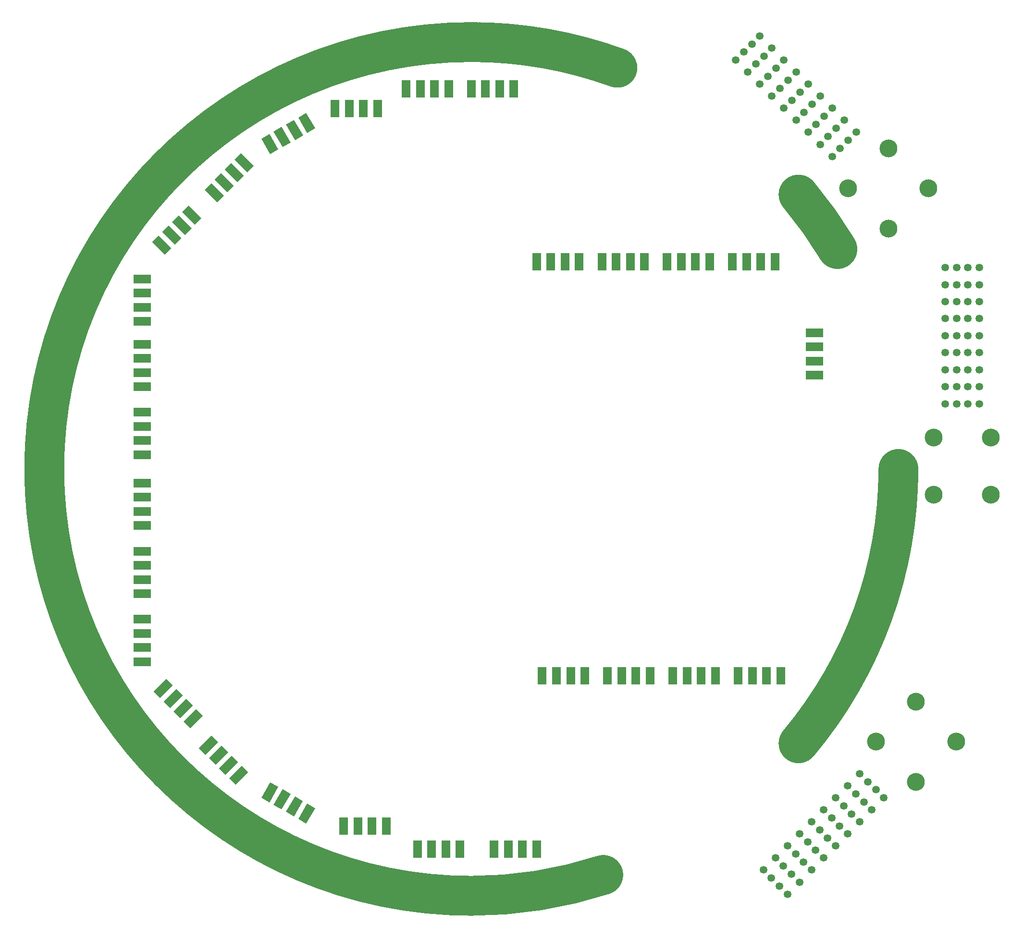
<source format=gts>
G04 #@! TF.FileFunction,Soldermask,Top*
%FSLAX46Y46*%
G04 Gerber Fmt 4.6, Leading zero omitted, Abs format (unit mm)*
G04 Created by KiCad (PCBNEW 4.0.6) date Fri Oct 27 03:20:27 2017*
%MOMM*%
%LPD*%
G01*
G04 APERTURE LIST*
%ADD10C,0.100000*%
%ADD11C,7.000000*%
%ADD12R,1.650000X3.150000*%
%ADD13C,1.350000*%
%ADD14C,3.150000*%
%ADD15R,3.150000X1.650000*%
G04 APERTURE END LIST*
D10*
D11*
X214501998Y-61243377D02*
G75*
G03X207645000Y-51630200I-64501998J-38756623D01*
G01*
X207644844Y-148369768D02*
G75*
G03X225250000Y-100000000I-57644844J48369768D01*
G01*
X173253529Y-171567003D02*
G75*
G02X150000000Y-175250000I-23253529J71567003D01*
G01*
X175737016Y-29288130D02*
G75*
G03X150000000Y-24750000I-25737016J-70711870D01*
G01*
X150000000Y-175250000D02*
G75*
G02X150000000Y-24750000I0J75250000D01*
G01*
D12*
X204500000Y-136500000D03*
X202000000Y-136500000D03*
X199500000Y-136500000D03*
X197000000Y-136500000D03*
D13*
X201464466Y-170707107D03*
X202878680Y-172121321D03*
X204292893Y-173535534D03*
X205707107Y-174949748D03*
X203585786Y-168585787D03*
X205000000Y-170000000D03*
X206414213Y-171414214D03*
X207828427Y-172828427D03*
X205707107Y-166464466D03*
X207121320Y-167878680D03*
X208535534Y-169292893D03*
X209949747Y-170707107D03*
X207828427Y-164343146D03*
X209242641Y-165757360D03*
X210656854Y-167171573D03*
X212071068Y-168585787D03*
X209949747Y-162221826D03*
X211363961Y-163636039D03*
X212778174Y-165050253D03*
X214192388Y-166464466D03*
X212071068Y-160100505D03*
X213485281Y-161514719D03*
X214899495Y-162928932D03*
X216313708Y-164343146D03*
X214192388Y-157979185D03*
X215606602Y-159393399D03*
X217020815Y-160807612D03*
X218435029Y-162221826D03*
X216313708Y-155857865D03*
X217727922Y-157272078D03*
X219142136Y-158686292D03*
X220556349Y-160100505D03*
X218435029Y-153736544D03*
X219849242Y-155150758D03*
X221263456Y-156564971D03*
X222677669Y-157979185D03*
D14*
X221263456Y-148079690D03*
X228334524Y-155150758D03*
X228334524Y-141008622D03*
X235405591Y-148079690D03*
D12*
X140500000Y-167000000D03*
X143000000Y-167000000D03*
X145500000Y-167000000D03*
X148000000Y-167000000D03*
D10*
G36*
X119498029Y-38048510D02*
X120926971Y-37223510D01*
X122501971Y-39951490D01*
X121073029Y-40776490D01*
X119498029Y-38048510D01*
X119498029Y-38048510D01*
G37*
G36*
X117332965Y-39298510D02*
X118761907Y-38473510D01*
X120336907Y-41201490D01*
X118907965Y-42026490D01*
X117332965Y-39298510D01*
X117332965Y-39298510D01*
G37*
G36*
X115167902Y-40548510D02*
X116596844Y-39723510D01*
X118171844Y-42451490D01*
X116742902Y-43276490D01*
X115167902Y-40548510D01*
X115167902Y-40548510D01*
G37*
G36*
X113002838Y-41798510D02*
X114431780Y-40973510D01*
X116006780Y-43701490D01*
X114577838Y-44526490D01*
X113002838Y-41798510D01*
X113002838Y-41798510D01*
G37*
D13*
X239500000Y-64500000D03*
X237500000Y-64500000D03*
X235500000Y-64500000D03*
X233500000Y-64500000D03*
X239500000Y-67500000D03*
X237500000Y-67500000D03*
X235500000Y-67500000D03*
X233500000Y-67500000D03*
X239500000Y-70500000D03*
X237500000Y-70500000D03*
X235500000Y-70500000D03*
X233500000Y-70500000D03*
X239500000Y-73500000D03*
X237500000Y-73500000D03*
X235500000Y-73500000D03*
X233500000Y-73500000D03*
X239500000Y-76500000D03*
X237500000Y-76500000D03*
X235500000Y-76500000D03*
X233500000Y-76500000D03*
X239500000Y-79500000D03*
X237500000Y-79500000D03*
X235500000Y-79500000D03*
X233500000Y-79500000D03*
X239500000Y-82500000D03*
X237500000Y-82500000D03*
X235500000Y-82500000D03*
X233500000Y-82500000D03*
X239500000Y-85500000D03*
X237500000Y-85500000D03*
X235500000Y-85500000D03*
X233500000Y-85500000D03*
X239500000Y-88500000D03*
X237500000Y-88500000D03*
X235500000Y-88500000D03*
X233500000Y-88500000D03*
D14*
X241500000Y-94500000D03*
X231500000Y-94500000D03*
X241500000Y-104500000D03*
X231500000Y-104500000D03*
D13*
X200843146Y-23686292D03*
X199428932Y-25100506D03*
X198014719Y-26514719D03*
X196600505Y-27928933D03*
X202964466Y-25807612D03*
X201550253Y-27221826D03*
X200136039Y-28636039D03*
X198721826Y-30050253D03*
X205085787Y-27928933D03*
X203671573Y-29343146D03*
X202257360Y-30757360D03*
X200843146Y-32171573D03*
X207207107Y-30050253D03*
X205792893Y-31464467D03*
X204378680Y-32878680D03*
X202964466Y-34292894D03*
X209328427Y-32171573D03*
X207914214Y-33585787D03*
X206500000Y-35000000D03*
X205085787Y-36414214D03*
X211449748Y-34292894D03*
X210035534Y-35707107D03*
X208621321Y-37121321D03*
X207207107Y-38535534D03*
X213571068Y-36414214D03*
X212156854Y-37828428D03*
X210742641Y-39242641D03*
X209328427Y-40656855D03*
X215692388Y-38535534D03*
X214278175Y-39949748D03*
X212863961Y-41363962D03*
X211449748Y-42778175D03*
X217813709Y-40656855D03*
X216399495Y-42071068D03*
X214985282Y-43485282D03*
X213571068Y-44899495D03*
D14*
X223470563Y-43485282D03*
X216399495Y-50556350D03*
X230541631Y-50556350D03*
X223470563Y-57627417D03*
D12*
X154000000Y-167000000D03*
X156500000Y-167000000D03*
X159000000Y-167000000D03*
X161500000Y-167000000D03*
X127500000Y-163000000D03*
X130000000Y-163000000D03*
X132500000Y-163000000D03*
X135000000Y-163000000D03*
D10*
G36*
X114426971Y-158776490D02*
X112998029Y-157951490D01*
X114573029Y-155223510D01*
X116001971Y-156048510D01*
X114426971Y-158776490D01*
X114426971Y-158776490D01*
G37*
G36*
X116592035Y-160026490D02*
X115163093Y-159201490D01*
X116738093Y-156473510D01*
X118167035Y-157298510D01*
X116592035Y-160026490D01*
X116592035Y-160026490D01*
G37*
G36*
X118757098Y-161276490D02*
X117328156Y-160451490D01*
X118903156Y-157723510D01*
X120332098Y-158548510D01*
X118757098Y-161276490D01*
X118757098Y-161276490D01*
G37*
G36*
X120922162Y-162526490D02*
X119493220Y-161701490D01*
X121068220Y-158973510D01*
X122497162Y-159798510D01*
X120922162Y-162526490D01*
X120922162Y-162526490D01*
G37*
G36*
X103166369Y-150393755D02*
X101999643Y-149227029D01*
X104227029Y-146999643D01*
X105393755Y-148166369D01*
X103166369Y-150393755D01*
X103166369Y-150393755D01*
G37*
G36*
X104934136Y-152161522D02*
X103767410Y-150994796D01*
X105994796Y-148767410D01*
X107161522Y-149934136D01*
X104934136Y-152161522D01*
X104934136Y-152161522D01*
G37*
G36*
X106701903Y-153929289D02*
X105535177Y-152762563D01*
X107762563Y-150535177D01*
X108929289Y-151701903D01*
X106701903Y-153929289D01*
X106701903Y-153929289D01*
G37*
G36*
X108469670Y-155697056D02*
X107302944Y-154530330D01*
X109530330Y-152302944D01*
X110697056Y-153469670D01*
X108469670Y-155697056D01*
X108469670Y-155697056D01*
G37*
G36*
X95166369Y-140393755D02*
X93999643Y-139227029D01*
X96227029Y-136999643D01*
X97393755Y-138166369D01*
X95166369Y-140393755D01*
X95166369Y-140393755D01*
G37*
G36*
X96934136Y-142161522D02*
X95767410Y-140994796D01*
X97994796Y-138767410D01*
X99161522Y-139934136D01*
X96934136Y-142161522D01*
X96934136Y-142161522D01*
G37*
G36*
X98701903Y-143929289D02*
X97535177Y-142762563D01*
X99762563Y-140535177D01*
X100929289Y-141701903D01*
X98701903Y-143929289D01*
X98701903Y-143929289D01*
G37*
G36*
X100469670Y-145697056D02*
X99302944Y-144530330D01*
X101530330Y-142302944D01*
X102697056Y-143469670D01*
X100469670Y-145697056D01*
X100469670Y-145697056D01*
G37*
D15*
X92000000Y-126500000D03*
X92000000Y-129000000D03*
X92000000Y-131500000D03*
X92000000Y-134000000D03*
X92000000Y-114500000D03*
X92000000Y-117000000D03*
X92000000Y-119500000D03*
X92000000Y-122000000D03*
X92000000Y-102500000D03*
X92000000Y-105000000D03*
X92000000Y-107500000D03*
X92000000Y-110000000D03*
D12*
X203500000Y-63500000D03*
X201000000Y-63500000D03*
X198500000Y-63500000D03*
X196000000Y-63500000D03*
X192000000Y-63500000D03*
X189500000Y-63500000D03*
X187000000Y-63500000D03*
X184500000Y-63500000D03*
X180500000Y-63500000D03*
X178000000Y-63500000D03*
X175500000Y-63500000D03*
X173000000Y-63500000D03*
X169000000Y-63500000D03*
X166500000Y-63500000D03*
X164000000Y-63500000D03*
X161500000Y-63500000D03*
D15*
X210500000Y-83500000D03*
X210500000Y-81000000D03*
X210500000Y-78500000D03*
X210500000Y-76000000D03*
D12*
X157500000Y-33000000D03*
X155000000Y-33000000D03*
X152500000Y-33000000D03*
X150000000Y-33000000D03*
X146000000Y-33000000D03*
X143500000Y-33000000D03*
X141000000Y-33000000D03*
X138500000Y-33000000D03*
X133500000Y-36500000D03*
X131000000Y-36500000D03*
X128500000Y-36500000D03*
X126000000Y-36500000D03*
D10*
G36*
X108302944Y-45469670D02*
X109469670Y-44302944D01*
X111697056Y-46530330D01*
X110530330Y-47697056D01*
X108302944Y-45469670D01*
X108302944Y-45469670D01*
G37*
G36*
X106535177Y-47237437D02*
X107701903Y-46070711D01*
X109929289Y-48298097D01*
X108762563Y-49464823D01*
X106535177Y-47237437D01*
X106535177Y-47237437D01*
G37*
G36*
X104767410Y-49005204D02*
X105934136Y-47838478D01*
X108161522Y-50065864D01*
X106994796Y-51232590D01*
X104767410Y-49005204D01*
X104767410Y-49005204D01*
G37*
G36*
X102999643Y-50772971D02*
X104166369Y-49606245D01*
X106393755Y-51833631D01*
X105227029Y-53000357D01*
X102999643Y-50772971D01*
X102999643Y-50772971D01*
G37*
G36*
X99070711Y-54701903D02*
X100237437Y-53535177D01*
X102464823Y-55762563D01*
X101298097Y-56929289D01*
X99070711Y-54701903D01*
X99070711Y-54701903D01*
G37*
G36*
X97302944Y-56469670D02*
X98469670Y-55302944D01*
X100697056Y-57530330D01*
X99530330Y-58697056D01*
X97302944Y-56469670D01*
X97302944Y-56469670D01*
G37*
G36*
X95535177Y-58237437D02*
X96701903Y-57070711D01*
X98929289Y-59298097D01*
X97762563Y-60464823D01*
X95535177Y-58237437D01*
X95535177Y-58237437D01*
G37*
G36*
X93767410Y-60005204D02*
X94934136Y-58838478D01*
X97161522Y-61065864D01*
X95994796Y-62232590D01*
X93767410Y-60005204D01*
X93767410Y-60005204D01*
G37*
D15*
X92000000Y-66500000D03*
X92000000Y-69000000D03*
X92000000Y-71500000D03*
X92000000Y-74000000D03*
X92000000Y-78000000D03*
X92000000Y-80500000D03*
X92000000Y-83000000D03*
X92000000Y-85500000D03*
X92000000Y-90000000D03*
X92000000Y-92500000D03*
X92000000Y-95000000D03*
X92000000Y-97500000D03*
D12*
X181500000Y-136500000D03*
X179000000Y-136500000D03*
X176500000Y-136500000D03*
X174000000Y-136500000D03*
X193000000Y-136500000D03*
X190500000Y-136500000D03*
X188000000Y-136500000D03*
X185500000Y-136500000D03*
X170000000Y-136500000D03*
X167500000Y-136500000D03*
X165000000Y-136500000D03*
X162500000Y-136500000D03*
M02*

</source>
